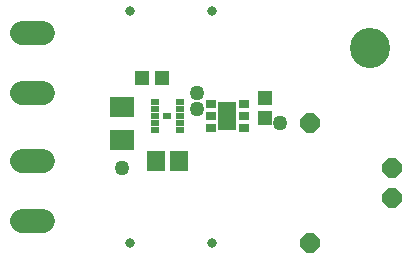
<source format=gbr>
G04 EAGLE Gerber RS-274X export*
G75*
%MOMM*%
%FSLAX34Y34*%
%LPD*%
%INSoldermask Top*%
%IPPOS*%
%AMOC8*
5,1,8,0,0,1.08239X$1,22.5*%
G01*
%ADD10R,1.303200X1.203200*%
%ADD11R,1.203200X1.303200*%
%ADD12R,1.503200X1.703200*%
%ADD13R,2.006200X1.803200*%
%ADD14C,0.803200*%
%ADD15R,0.603200X0.503200*%
%ADD16R,1.473200X1.854200*%
%ADD17R,0.838200X0.685800*%
%ADD18R,0.838200X0.660400*%
%ADD19R,0.863600X0.685800*%
%ADD20R,0.838200X0.635000*%
%ADD21R,1.574800X2.387600*%
%ADD22R,0.803200X0.603200*%
%ADD23P,1.759533X8X292.500000*%
%ADD24P,1.759533X8X112.500000*%
%ADD25C,2.006600*%
%ADD26C,3.403200*%
%ADD27C,1.261200*%


D10*
X156600Y190500D03*
X173600Y190500D03*
D11*
X260350Y156600D03*
X260350Y173600D03*
D12*
X187300Y120650D03*
X168300Y120650D03*
D13*
X139700Y166620D03*
X139700Y138180D03*
D14*
X146050Y247650D03*
X215900Y247650D03*
X215900Y50800D03*
X146050Y50800D03*
D15*
X214600Y168750D03*
X214600Y158750D03*
X214600Y148750D03*
X242600Y148750D03*
X242600Y158750D03*
X242600Y168750D03*
D16*
X228600Y158750D03*
D17*
X214503Y168783D03*
D18*
X214503Y158750D03*
D19*
X214630Y148717D03*
D20*
X242697Y168783D03*
D18*
X242697Y158750D03*
D17*
X242697Y148717D03*
D21*
X228600Y158750D03*
D22*
X167300Y158750D03*
X188300Y158750D03*
X167300Y164750D03*
X167300Y170750D03*
X167300Y152750D03*
X167300Y146750D03*
X188300Y146750D03*
X188300Y152750D03*
X188300Y164750D03*
X188300Y170750D03*
X177800Y158750D03*
D23*
X298450Y152400D03*
X298450Y50800D03*
D24*
X368300Y88900D03*
X368300Y114300D03*
D25*
X72517Y69850D02*
X54483Y69850D01*
X54483Y120650D02*
X72517Y120650D01*
X72517Y177800D02*
X54483Y177800D01*
X54483Y228600D02*
X72517Y228600D01*
D26*
X349250Y215900D03*
D27*
X139700Y114300D03*
X273050Y152400D03*
X203202Y164939D03*
X203200Y177800D03*
M02*

</source>
